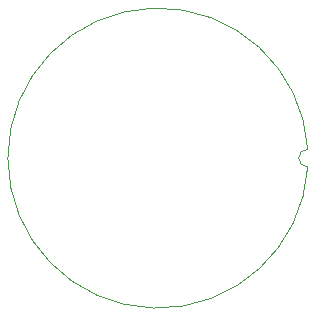
<source format=gbr>
%TF.GenerationSoftware,KiCad,Pcbnew,6.0.11+dfsg-1*%
%TF.CreationDate,2023-06-10T11:59:29-05:00*%
%TF.ProjectId,watch,77617463-682e-46b6-9963-61645f706362,rev?*%
%TF.SameCoordinates,Original*%
%TF.FileFunction,Profile,NP*%
%FSLAX46Y46*%
G04 Gerber Fmt 4.6, Leading zero omitted, Abs format (unit mm)*
G04 Created by KiCad (PCBNEW 6.0.11+dfsg-1) date 2023-06-10 11:59:29*
%MOMM*%
%LPD*%
G01*
G04 APERTURE LIST*
%TA.AperFunction,Profile*%
%ADD10C,0.100000*%
%TD*%
G04 APERTURE END LIST*
D10*
X76178000Y-62750000D02*
G75*
G03*
X76178000Y-64250000I-12683400J-750000D01*
G01*
X76178000Y-62750000D02*
G75*
G03*
X76178000Y-64250000I-22200J-750000D01*
G01*
M02*

</source>
